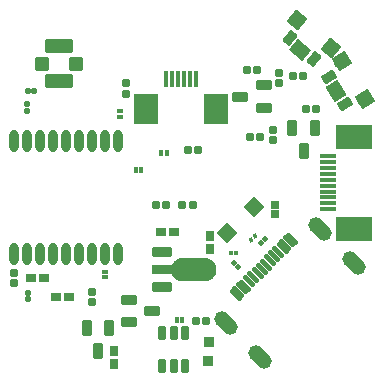
<source format=gbs>
G04 Layer: BottomSolderMaskLayer*
G04 Panelize: , Column: 1, Row: 1, Board Size: 35.35mm x 33.79mm, Panelized Board Size: 35.35mm x 33.79mm*
G04 EasyEDA v6.5.32, 2023-07-27 20:51:34*
G04 7f8d34143daf4d43a3b22917546c404d,9a4ed40c0dd746429eaf55b84663d2fb,10*
G04 Gerber Generator version 0.2*
G04 Scale: 100 percent, Rotated: No, Reflected: No *
G04 Dimensions in millimeters *
G04 leading zeros omitted , absolute positions ,4 integer and 5 decimal *
%FSLAX45Y45*%
%MOMM*%

%AMMACRO1*1,1,$1,$2,$3*1,1,$1,$4,$5*1,1,$1,0-$2,0-$3*1,1,$1,0-$4,0-$5*20,1,$1,$2,$3,$4,$5,0*20,1,$1,$4,$5,0-$2,0-$3,0*20,1,$1,0-$2,0-$3,0-$4,0-$5,0*20,1,$1,0-$4,0-$5,$2,$3,0*4,1,4,$2,$3,$4,$5,0-$2,0-$3,0-$4,0-$5,$2,$3,0*%
%AMMACRO2*1,1,$1,$2,$3*1,1,$1,$4,$5*20,1,$1,$2,$3,$4,$5,0*%
%ADD10MACRO1,0.1016X0.6519X-0.0054X0.2809X0.5883*%
%ADD11MACRO1,0.1016X0.8374X-0.3022X0.0955X0.8851*%
%ADD12MACRO1,0.1016X0.8135X-0.1697X0.2041X0.8056*%
%ADD13C,0.9000*%
%ADD14MACRO1,0.1X0.15X0.625X-0.15X0.625*%
%ADD15MACRO1,0.1X1X1.25X-1X1.25*%
%ADD16MACRO1,0.1016X-1.1X-0.55X1.1X-0.55*%
%ADD17MACRO1,0.1016X0.5X-0.525X0.5X0.525*%
%ADD18MACRO1,0.1016X-0.2829X0.4948X-0.4948X0.2829*%
%ADD19MACRO1,0.1016X-0.282X0.4957X-0.4957X0.282*%
%ADD20MACRO2,1.3016X-0.3535X0.3535X0.3535X-0.3535*%
%ADD21MACRO1,0.1016X-0.65X0.15X-0.65X-0.15*%
%ADD22R,1.4016X0.4016*%
%ADD23R,3.1016X2.1016*%
%ADD24MACRO1,0.1016X-1.5X1X-1.5X-1*%
%ADD25MACRO1,0.1X-0.3X0.25X-0.3X-0.25*%
%ADD26MACRO1,0.1X-0.1832X0.0167X-0.0026X-0.184*%
%ADD27MACRO1,0.1016X0X-0.8485X0.8485X0*%
%ADD28MACRO1,0.1X0.125X-0.135X0.125X0.135*%
%ADD29MACRO1,0.1016X-0.2828X0.27X-0.2828X-0.27*%
%ADD30MACRO1,0.1016X0.2828X0.27X0.2828X-0.27*%
%ADD31MACRO1,0.1016X0.6216X0.1964X0.0854X0.6463*%
%ADD32MACRO1,0.1016X0.6217X0.1964X0.0854X0.6463*%
%ADD33MACRO1,0.1016X0.8898X-0.0286X-0.1827X0.8713*%
%ADD34MACRO1,0.1016X0.8261X0.09X-0.0548X0.8292*%
%ADD35O,0.8015985999999999X1.8745962*%
%ADD36MACRO1,0.1016X-0.4X-0.4X0.4X-0.4*%
%ADD37MACRO1,0.1016X0.27X0.395X-0.27X0.395*%
%ADD38MACRO1,0.1016X0.27X-0.395X-0.27X-0.395*%
%ADD39MACRO1,0.1016X0.1516X-0.162X0.1516X0.162*%
%ADD40MACRO1,0.1016X-0.1516X-0.162X-0.1516X0.162*%
%ADD41MACRO1,0.1016X-0.27X-0.2828X0.27X-0.2828*%
%ADD42MACRO1,0.1016X-0.27X0.2828X0.27X0.2828*%
%ADD43MACRO1,0.1016X0.2828X-0.27X0.2828X0.27*%
%ADD44MACRO1,0.1016X-0.2828X-0.27X-0.2828X0.27*%
%ADD45MACRO1,0.1016X-0.162X-0.1516X0.162X-0.1516*%
%ADD46MACRO1,0.1016X-0.162X0.1516X0.162X0.1516*%
%ADD47MACRO1,0.1016X0.27X0.2828X-0.27X0.2828*%
%ADD48MACRO1,0.1016X0.27X-0.2828X-0.27X-0.2828*%
%ADD49MACRO1,0.1016X-0.162X-0.1842X0.162X-0.1842*%
%ADD50MACRO1,0.1016X-0.162X0.1842X0.162X0.1842*%
%ADD51MACRO1,0.1016X-0.1842X0.162X-0.1842X-0.162*%
%ADD52MACRO1,0.1016X0.1842X0.162X0.1842X-0.162*%
%ADD53MACRO1,0.1016X-0.2217X0.0074X0.0074X-0.2217*%
%ADD54MACRO1,0.1016X-0.0074X0.2217X0.2217X-0.0074*%
%ADD55MACRO1,0.1016X-0.0074X-0.2217X0.2217X0.0074*%
%ADD56MACRO1,0.1016X-0.2217X-0.0074X0.0074X0.2217*%
%ADD57MACRO1,0.1016X0.35X-0.625X0.35X0.625*%
%ADD58MACRO1,0.1016X-0.395X0.27X-0.395X-0.27*%
%ADD59MACRO1,0.1016X0.395X0.27X0.395X-0.27*%
%ADD60MACRO1,0.1016X-0.27X-0.395X0.27X-0.395*%
%ADD61MACRO1,0.1016X-0.27X0.395X0.27X0.395*%
%ADD62MACRO1,0.1016X-0.275X0.5X-0.275X-0.5*%
%ADD63MACRO1,0.1016X-0.625X-0.35X0.625X-0.35*%
%ADD64MACRO1,0.1016X0.395X-0.27X0.395X0.27*%
%ADD65MACRO1,0.1016X-0.395X-0.27X-0.395X0.27*%
%ADD66MACRO1,0.1016X-0.7875X-0.336X-0.7875X0.336*%
%ADD67MACRO1,0.1016X0.625X0.35X-0.625X0.35*%
%ADD68C,0.0162*%

%LPD*%
D10*
G01*
X647710Y535039D03*
G01*
X507281Y759772D03*
D11*
G01*
X564774Y639457D03*
D12*
G01*
X815458Y577955D03*
G01*
X619389Y891731D03*
D13*
G01*
X790674Y562470D03*
G01*
X594611Y876236D03*
D14*
G01*
X-619912Y746848D03*
G01*
X-669912Y746848D03*
G01*
X-719912Y746848D03*
G01*
X-769912Y746848D03*
G01*
X-819911Y746848D03*
G01*
X-869911Y746848D03*
D15*
G01*
X-450910Y489343D03*
G01*
X-1038905Y489343D03*
D16*
G01*
X-1773928Y722245D03*
D17*
G01*
X-1631441Y872247D03*
D16*
G01*
X-1773930Y1022247D03*
D17*
G01*
X-1916435Y872247D03*
D18*
G01*
X137370Y-666362D03*
G01*
X116177Y-687556D03*
G01*
X80794Y-722938D03*
D19*
G01*
X45501Y-758230D03*
D18*
G01*
X10209Y-793523D03*
G01*
X-25172Y-828906D03*
G01*
X-60554Y-864288D03*
G01*
X-95937Y-899670D03*
G01*
X-131319Y-935052D03*
G01*
X-166701Y-970434D03*
D19*
G01*
X-201993Y-1005726D03*
D18*
G01*
X-223276Y-1027010D03*
G01*
X172753Y-630980D03*
G01*
X193945Y-609787D03*
G01*
X-258479Y-1062212D03*
D19*
G01*
X-279763Y-1083495D03*
D20*
G01*
X435861Y-530593D03*
G01*
X718690Y-813447D03*
G01*
X-358904Y-1325359D03*
G01*
X-76075Y-1608213D03*
D21*
G01*
X502666Y90449D03*
G01*
X502666Y40449D03*
G01*
X502666Y-9550D03*
D22*
G01*
X502663Y-59550D03*
D21*
G01*
X502666Y-109550D03*
G01*
X502666Y-159550D03*
G01*
X502666Y-209550D03*
G01*
X502666Y-259549D03*
G01*
X502666Y-309549D03*
D22*
G01*
X502663Y-359549D03*
D23*
G01*
X722017Y-524548D03*
D24*
G01*
X722012Y255450D03*
D25*
G01*
X53286Y-400617D03*
G01*
X53286Y-320615D03*
D26*
G01*
X-147895Y-618394D03*
G01*
X-116371Y-590010D03*
D27*
G01*
X-124148Y-336637D03*
G01*
X-350422Y-562910D03*
D28*
G01*
X-278056Y-727392D03*
G01*
X-320474Y-727392D03*
D29*
G01*
X-73884Y248978D03*
D30*
G01*
X-160450Y248978D03*
D31*
G01*
X379105Y915859D03*
D32*
G01*
X176103Y1086196D03*
D33*
G01*
X267962Y989537D03*
D34*
G01*
X525382Y1008510D03*
G01*
X241946Y1246341D03*
D13*
G01*
X506600Y986142D03*
G01*
X223161Y1223962D03*
D35*
G01*
X-1278562Y-739863D03*
G01*
X-1388569Y-739863D03*
G01*
X-1498577Y-739863D03*
G01*
X-1608559Y-739863D03*
G01*
X-1718566Y-739863D03*
G01*
X-1828573Y-739863D03*
G01*
X-1938555Y-739863D03*
G01*
X-2048563Y-739863D03*
G01*
X-2158570Y-739863D03*
G01*
X-2158570Y222440D03*
G01*
X-2048563Y222440D03*
G01*
X-1938555Y222440D03*
G01*
X-1828573Y222440D03*
G01*
X-1718566Y222440D03*
G01*
X-1608559Y222440D03*
G01*
X-1498577Y222440D03*
G01*
X-1388569Y222440D03*
G01*
X-1278562Y222440D03*
D36*
G01*
X-511380Y-1641594D03*
G01*
X-510679Y-1481693D03*
D37*
G01*
X-500941Y-692236D03*
D38*
G01*
X-500941Y-583224D03*
D39*
G01*
X-1128295Y-27800D03*
D40*
G01*
X-1079985Y-27800D03*
D41*
G01*
X37843Y314948D03*
D42*
G01*
X37843Y228382D03*
D43*
G01*
X314092Y487057D03*
D44*
G01*
X400658Y487057D03*
D45*
G01*
X-1257556Y473875D03*
D46*
G01*
X-1257556Y425564D03*
D47*
G01*
X-1206045Y619466D03*
D48*
G01*
X-1206045Y706032D03*
D39*
G01*
X-909652Y117919D03*
D40*
G01*
X-861341Y117919D03*
D41*
G01*
X90116Y795948D03*
D42*
G01*
X90116Y709382D03*
D43*
G01*
X-955579Y-322900D03*
D44*
G01*
X-869014Y-322900D03*
D43*
G01*
X-618900Y-1303464D03*
D44*
G01*
X-532334Y-1303464D03*
D43*
G01*
X202769Y765868D03*
D44*
G01*
X289335Y765868D03*
D41*
G01*
X-2155243Y-895437D03*
D42*
G01*
X-2155243Y-982003D03*
D49*
G01*
X-2037641Y-1064714D03*
D50*
G01*
X-2037641Y-1119558D03*
D51*
G01*
X-1988121Y639889D03*
D52*
G01*
X-2042965Y639889D03*
D45*
G01*
X-1388417Y-887387D03*
D46*
G01*
X-1388417Y-935697D03*
D53*
G01*
X-30217Y-607950D03*
D54*
G01*
X-64377Y-642110D03*
D55*
G01*
X-293740Y-816230D03*
D56*
G01*
X-259577Y-850390D03*
D43*
G01*
X-731297Y-324932D03*
D44*
G01*
X-644732Y-324932D03*
D57*
G01*
X199844Y331203D03*
G01*
X389835Y331203D03*
G01*
X294839Y131203D03*
D39*
G01*
X-781636Y-1295082D03*
D40*
G01*
X-733325Y-1295082D03*
D58*
G01*
X-803305Y-551878D03*
D59*
G01*
X-912317Y-551878D03*
D60*
G01*
X-1314249Y-1563410D03*
D61*
G01*
X-1314249Y-1672422D03*
D62*
G01*
X-901252Y-1690100D03*
G01*
X-806256Y-1690100D03*
G01*
X-711260Y-1690100D03*
G01*
X-711260Y-1410091D03*
G01*
X-806256Y-1410091D03*
G01*
X-901252Y-1410091D03*
D63*
G01*
X-45087Y688149D03*
G01*
X-45087Y498158D03*
G01*
X-245087Y593154D03*
D49*
G01*
X-2046277Y530913D03*
D50*
G01*
X-2046277Y476069D03*
D64*
G01*
X-2016455Y-944816D03*
D65*
G01*
X-1907443Y-944816D03*
D66*
G01*
X-907590Y-1020127D03*
G01*
X-907590Y-720128D03*
G36*
X-733808Y-970140D02*
G01*
X-742952Y-969124D01*
X-747778Y-968362D01*
X-756922Y-966330D01*
X-761240Y-964806D01*
X-765812Y-963282D01*
X-770130Y-961504D01*
X-774194Y-959472D01*
X-778258Y-957186D01*
X-786386Y-952106D01*
X-790196Y-949312D01*
X-793752Y-946518D01*
X-797308Y-943216D01*
X-803912Y-936612D01*
X-806706Y-933056D01*
X-809754Y-929246D01*
X-814834Y-921626D01*
X-817120Y-917308D01*
X-819406Y-912736D01*
X-820422Y-908164D01*
X-991364Y-908164D01*
X-991364Y-832218D01*
X-820422Y-832218D01*
X-819406Y-827392D01*
X-817120Y-822820D01*
X-814834Y-818756D01*
X-812294Y-814946D01*
X-809754Y-810882D01*
X-806706Y-807326D01*
X-803912Y-803770D01*
X-800610Y-800214D01*
X-797308Y-796912D01*
X-790196Y-790816D01*
X-786386Y-788276D01*
X-782322Y-785482D01*
X-774194Y-780910D01*
X-770130Y-778878D01*
X-765812Y-777100D01*
X-761240Y-775576D01*
X-756922Y-774052D01*
X-752350Y-772782D01*
X-747778Y-772020D01*
X-742952Y-771258D01*
X-738380Y-770496D01*
X-733808Y-770242D01*
X-538990Y-770242D01*
X-534164Y-770496D01*
X-520448Y-772782D01*
X-515876Y-774052D01*
X-511304Y-775576D01*
X-506986Y-777100D01*
X-502668Y-778878D01*
X-498350Y-780910D01*
X-490222Y-785482D01*
X-486412Y-788276D01*
X-482602Y-790816D01*
X-475490Y-796912D01*
X-472188Y-800214D01*
X-468886Y-803770D01*
X-465838Y-807326D01*
X-463044Y-810882D01*
X-460250Y-814946D01*
X-457710Y-818756D01*
X-455424Y-822820D01*
X-451360Y-831456D01*
X-448312Y-840092D01*
X-445772Y-849236D01*
X-444248Y-858380D01*
X-443994Y-863206D01*
X-443740Y-867778D01*
X-443740Y-872604D01*
X-444248Y-881748D01*
X-445010Y-886574D01*
X-445772Y-891146D01*
X-448312Y-900290D01*
X-451360Y-908926D01*
X-453392Y-913244D01*
X-455424Y-917308D01*
X-457710Y-921626D01*
X-460250Y-925436D01*
X-465838Y-933056D01*
X-468886Y-936612D01*
X-475490Y-943216D01*
X-479046Y-946518D01*
X-482602Y-949312D01*
X-486412Y-952106D01*
X-490222Y-954646D01*
X-494286Y-957186D01*
X-498350Y-959472D01*
X-502668Y-961504D01*
X-506986Y-963282D01*
X-511304Y-964806D01*
X-515876Y-966330D01*
X-525020Y-968362D01*
X-529592Y-969124D01*
X-534164Y-969632D01*
X-538990Y-970140D01*
G37*
D58*
G01*
X-1691289Y-1103566D03*
D59*
G01*
X-1800301Y-1103566D03*
D57*
G01*
X-1542341Y-1361452D03*
G01*
X-1352350Y-1361452D03*
G01*
X-1447346Y-1561452D03*
D67*
G01*
X-1187310Y-1316530D03*
G01*
X-1187310Y-1126539D03*
G01*
X-987310Y-1221535D03*
D47*
G01*
X-1497891Y-1147865D03*
D48*
G01*
X-1497891Y-1061299D03*
D43*
G01*
X-184306Y817943D03*
D44*
G01*
X-97740Y817943D03*
D43*
G01*
X-687172Y141986D03*
D44*
G01*
X-600607Y141986D03*
M02*

</source>
